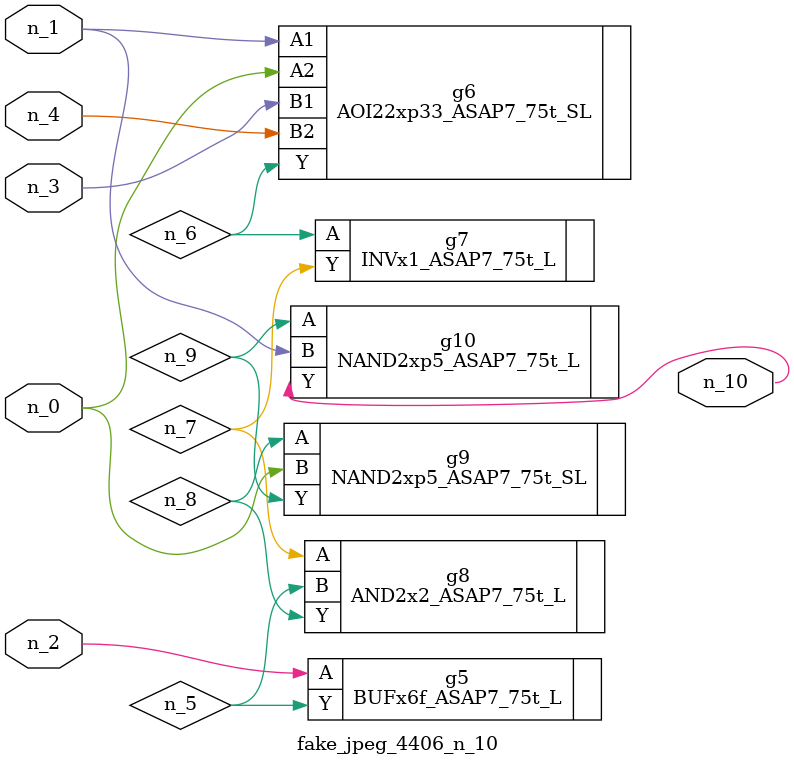
<source format=v>
module fake_jpeg_4406_n_10 (n_3, n_2, n_1, n_0, n_4, n_10);

input n_3;
input n_2;
input n_1;
input n_0;
input n_4;

output n_10;

wire n_8;
wire n_9;
wire n_6;
wire n_5;
wire n_7;

BUFx6f_ASAP7_75t_L g5 ( 
.A(n_2),
.Y(n_5)
);

AOI22xp33_ASAP7_75t_SL g6 ( 
.A1(n_1),
.A2(n_0),
.B1(n_3),
.B2(n_4),
.Y(n_6)
);

INVx1_ASAP7_75t_L g7 ( 
.A(n_6),
.Y(n_7)
);

AND2x2_ASAP7_75t_L g8 ( 
.A(n_7),
.B(n_5),
.Y(n_8)
);

NAND2xp5_ASAP7_75t_SL g9 ( 
.A(n_8),
.B(n_0),
.Y(n_9)
);

NAND2xp5_ASAP7_75t_L g10 ( 
.A(n_9),
.B(n_1),
.Y(n_10)
);


endmodule
</source>
